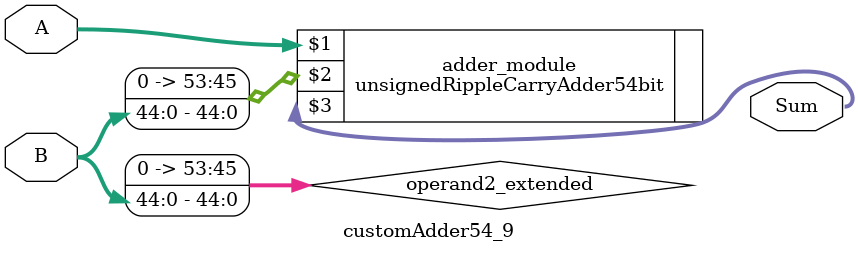
<source format=v>
module customAdder54_9(
                        input [53 : 0] A,
                        input [44 : 0] B,
                        
                        output [54 : 0] Sum
                );

        wire [53 : 0] operand2_extended;
        
        assign operand2_extended =  {9'b0, B};
        
        unsignedRippleCarryAdder54bit adder_module(
            A,
            operand2_extended,
            Sum
        );
        
        endmodule
        
</source>
